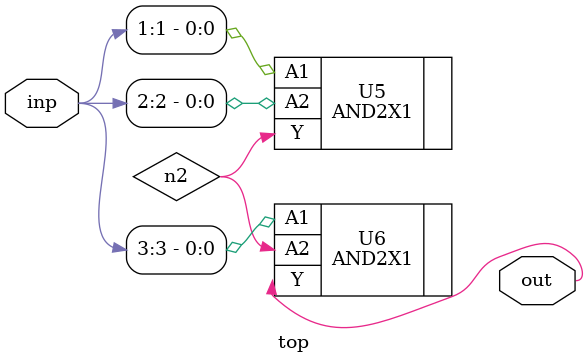
<source format=sv>


module top ( inp, out );
  input [3:0] inp;
  output out;
  wire   n2;

  AND2X1 U5 ( .A1(inp[1]), .A2(inp[2]), .Y(n2) );
  AND2X1 U6 ( .A1(inp[3]), .A2(n2), .Y(out) );
endmodule


</source>
